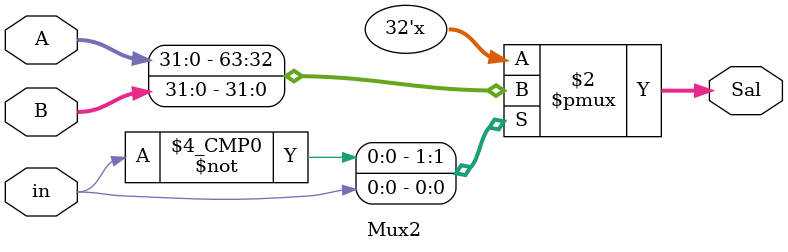
<source format=v>
`timescale 1ns/1ns

module Mux2(
	input in,
	input [31:0]A,B,
	output reg[31:0]Sal
);

always @*
	case(in)
	
		1'b 0:
			begin
				Sal = A;
			end
			
		1'b 1:
			begin
				Sal = B;
			end
	
		endcase

endmodule 
</source>
